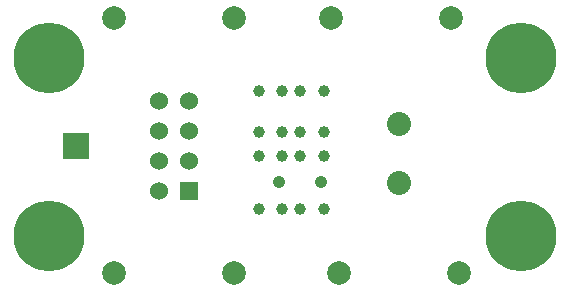
<source format=gbs>
%FSLAX46Y46*%
G04 Gerber Fmt 4.6, Leading zero omitted, Abs format (unit mm)*
G04 Created by KiCad (PCBNEW (2014-jul-16 BZR unknown)-product) date Sun 05 Oct 2014 11:57:01 AM PDT*
%MOMM*%
G01*
G04 APERTURE LIST*
%ADD10C,0.100000*%
%ADD11C,6.000000*%
%ADD12R,1.524000X1.524000*%
%ADD13C,1.524000*%
%ADD14C,1.998980*%
%ADD15R,2.235200X2.235200*%
%ADD16C,1.000000*%
%ADD17C,1.050000*%
%ADD18C,2.032000*%
G04 APERTURE END LIST*
D10*
D11*
X105000000Y-105000000D03*
X145000000Y-105000000D03*
X105000000Y-120000000D03*
X145000000Y-120000000D03*
D12*
X116840000Y-116205000D03*
D13*
X114300000Y-116205000D03*
X116840000Y-113665000D03*
X114300000Y-113665000D03*
X116840000Y-111125000D03*
X114300000Y-111125000D03*
X116840000Y-108585000D03*
X114300000Y-108585000D03*
D14*
X139700000Y-123190000D03*
X129540000Y-123190000D03*
X120650000Y-123190000D03*
X110490000Y-123190000D03*
X120650000Y-101600000D03*
X110490000Y-101600000D03*
X139065000Y-101600000D03*
X128905000Y-101600000D03*
D15*
X107315000Y-112395000D03*
D16*
X122750000Y-117774000D03*
X124750000Y-117775000D03*
X122750000Y-113225000D03*
X124750000Y-113225000D03*
D17*
X124500000Y-115500000D03*
D16*
X126250000Y-117774000D03*
X128250000Y-117775000D03*
X126250000Y-113225000D03*
X128250000Y-113225000D03*
D17*
X128000000Y-115500000D03*
D16*
X124750000Y-107725000D03*
X122750000Y-107725000D03*
X124750000Y-111275000D03*
X122750000Y-111275000D03*
X128250000Y-107725000D03*
X126250000Y-107725000D03*
X128250000Y-111275000D03*
X126250000Y-111275000D03*
D18*
X134620000Y-115530000D03*
X134620000Y-110530000D03*
M02*

</source>
